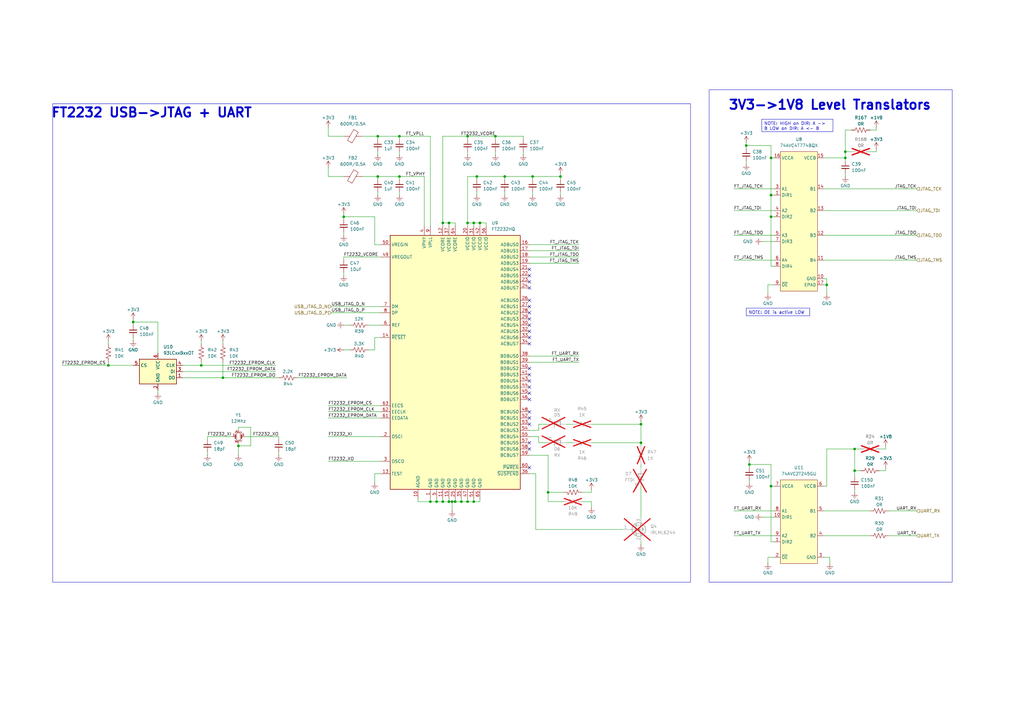
<source format=kicad_sch>
(kicad_sch (version 20250114) (generator "eeschema") (generator_version "9.0")
  (paper "A3")
  (title_block (title "USB-JTAG + UART") (date "2025-02-18") (rev "3.0") (company "Drexel University") (comment 1 "Designed by John Hofmeyr"))
  (rectangle (start 21.59 42.545) (end 283.21 238.76))
  (rectangle (start 290.83 36.83) (end 390.525 238.76))
  (text "FT2232 USB->JTAG + UART" (at 62.23 46.355 0) (effects (font (size 3.81 3.81) (bold yes))))
  (text "3V3->1V8 Level Translators" (at 340.36 43.18 0) (effects (font (size 3.81 3.81) (bold yes))))
  (text_box "NOTE: OE is active LOW" (at 306.07 126.365 0) (size 26.035 3.175) (margins 0.9525 0.9525 0.9525 0.9525) (effects (font (size 1.27 1.27)) (justify left top)))
  (text_box "NOTE: HIGH on DIR: A -> B LOW on DIR: A <- B" (at 312.42 48.895 0) (size 29.21 5.08) (margins 0.9525 0.9525 0.9525 0.9525) (effects (font (size 1.27 1.27)) (justify left top)))
  (junction (at 196.85 91.44))
  (junction (at 54.61 132.08))
  (junction (at 140.97 88.9))
  (junction (at 194.31 91.44))
  (junction (at 163.83 55.88))
  (junction (at 181.61 205.74))
  (junction (at 218.44 72.39))
  (junction (at 306.07 59.69))
  (junction (at 316.23 88.9))
  (junction (at 181.61 91.44))
  (junction (at 163.83 72.39))
  (junction (at 262.89 181.61))
  (junction (at 44.45 149.86))
  (junction (at 339.09 116.84))
  (junction (at 194.31 205.74))
  (junction (at 176.53 205.74))
  (junction (at 316.23 199.39))
  (junction (at 316.23 64.77))
  (junction (at 262.89 173.99))
  (junction (at 203.2 55.88))
  (junction (at 186.69 205.74))
  (junction (at 189.23 205.74))
  (junction (at 350.52 193.04))
  (junction (at 184.15 205.74))
  (junction (at 179.07 205.74))
  (junction (at 97.79 182.88))
  (junction (at 191.77 91.44))
  (junction (at 207.01 72.39))
  (junction (at 346.71 62.23))
  (junction (at 224.79 201.93))
  (junction (at 191.77 205.74))
  (junction (at 307.34 190.5))
  (junction (at 154.94 55.88))
  (junction (at 316.23 80.01))
  (junction (at 191.77 55.88))
  (junction (at 184.15 91.44))
  (junction (at 185.42 205.74))
  (junction (at 346.71 64.77))
  (junction (at 154.94 72.39))
  (junction (at 91.44 154.94))
  (junction (at 229.87 72.39))
  (junction (at 82.55 149.86))
  (junction (at 350.52 184.15))
  (junction (at 195.58 72.39))
  (no_connect (at 217.17 115.57))
  (no_connect (at 217.17 138.43))
  (no_connect (at 217.17 123.19))
  (no_connect (at 217.17 161.29))
  (no_connect (at 217.17 110.49))
  (no_connect (at 217.17 135.89))
  (no_connect (at 217.17 133.35))
  (no_connect (at 217.17 153.67))
  (no_connect (at 217.17 191.77))
  (no_connect (at 217.17 130.81))
  (no_connect (at 217.17 125.73))
  (no_connect (at 217.17 168.91))
  (no_connect (at 217.17 151.13))
  (no_connect (at 217.17 181.61))
  (no_connect (at 217.17 184.15))
  (no_connect (at 217.17 140.97))
  (no_connect (at 217.17 113.03))
  (no_connect (at 217.17 171.45))
  (no_connect (at 217.17 156.21))
  (no_connect (at 217.17 173.99))
  (no_connect (at 217.17 118.11))
  (no_connect (at 217.17 128.27))
  (no_connect (at 217.17 163.83))
  (no_connect (at 217.17 158.75))
  (wire (pts (xy 173.99 72.39) (xy 163.83 72.39)))
  (wire (pts (xy 154.94 55.88) (xy 154.94 57.15)))
  (wire (pts (xy 218.44 78.74) (xy 218.44 80.01)))
  (wire (pts (xy 195.58 78.74) (xy 195.58 80.01)))
  (wire (pts (xy 219.71 217.17) (xy 255.27 217.17)))
  (wire (pts (xy 102.87 175.26) (xy 102.87 182.88)))
  (wire (pts (xy 44.45 139.7) (xy 44.45 140.97)))
  (wire (pts (xy 196.85 91.44) (xy 196.85 92.71)))
  (wire (pts (xy 300.99 96.52) (xy 317.5 96.52)))
  (wire (pts (xy 140.97 88.9) (xy 140.97 90.17)))
  (wire (pts (xy 194.31 205.74) (xy 194.31 204.47)))
  (wire (pts (xy 176.53 205.74) (xy 179.07 205.74)))
  (wire (pts (xy 186.69 205.74) (xy 186.69 204.47)))
  (wire (pts (xy 262.89 181.61) (xy 262.89 182.88)))
  (wire (pts (xy 191.77 205.74) (xy 194.31 205.74)))
  (wire (pts (xy 232.41 173.99) (xy 234.95 173.99)))
  (wire (pts (xy 317.5 228.6) (xy 314.96 228.6)))
  (wire (pts (xy 143.51 133.35) (xy 140.97 133.35)))
  (wire (pts (xy 97.79 175.26) (xy 102.87 175.26)))
  (wire (pts (xy 140.97 87.63) (xy 140.97 88.9)))
  (wire (pts (xy 242.57 205.74) (xy 242.57 208.28)))
  (wire (pts (xy 140.97 111.76) (xy 140.97 113.03)))
  (wire (pts (xy 186.69 91.44) (xy 186.69 92.71)))
  (wire (pts (xy 179.07 205.74) (xy 181.61 205.74)))
  (wire (pts (xy 156.21 125.73) (xy 135.89 125.73)))
  (wire (pts (xy 97.79 176.53) (xy 97.79 175.26)))
  (wire (pts (xy 214.63 57.15) (xy 214.63 55.88)))
  (wire (pts (xy 217.17 146.05) (xy 237.49 146.05)))
  (wire (pts (xy 181.61 91.44) (xy 181.61 92.71)))
  (wire (pts (xy 350.52 193.04) (xy 350.52 195.58)))
  (wire (pts (xy 163.83 55.88) (xy 176.53 55.88)))
  (wire (pts (xy 364.49 219.71) (xy 375.92 219.71)))
  (wire (pts (xy 191.77 72.39) (xy 195.58 72.39)))
  (wire (pts (xy 181.61 205.74) (xy 181.61 204.47)))
  (wire (pts (xy 143.51 143.51) (xy 140.97 143.51)))
  (wire (pts (xy 140.97 55.88) (xy 134.62 55.88)))
  (wire (pts (xy 191.77 91.44) (xy 191.77 72.39)))
  (wire (pts (xy 191.77 91.44) (xy 194.31 91.44)))
  (wire (pts (xy 219.71 194.31) (xy 219.71 217.17)))
  (wire (pts (xy 156.21 128.27) (xy 135.89 128.27)))
  (wire (pts (xy 307.34 189.23) (xy 307.34 190.5)))
  (wire (pts (xy 307.34 190.5) (xy 316.23 190.5)))
  (wire (pts (xy 74.93 152.4) (xy 113.03 152.4)))
  (wire (pts (xy 262.89 222.25) (xy 262.89 223.52)))
  (wire (pts (xy 356.87 53.34) (xy 359.41 53.34)))
  (wire (pts (xy 185.42 205.74) (xy 185.42 209.55)))
  (wire (pts (xy 316.23 199.39) (xy 317.5 199.39)))
  (wire (pts (xy 229.87 73.66) (xy 229.87 72.39)))
  (wire (pts (xy 224.79 201.93) (xy 224.79 205.74)))
  (wire (pts (xy 307.34 196.85) (xy 307.34 198.12)))
  (wire (pts (xy 350.52 193.04) (xy 353.06 193.04)))
  (wire (pts (xy 85.09 179.07) (xy 95.25 179.07)))
  (wire (pts (xy 346.71 53.34) (xy 349.25 53.34)))
  (wire (pts (xy 316.23 190.5) (xy 316.23 199.39)))
  (wire (pts (xy 184.15 205.74) (xy 185.42 205.74)))
  (wire (pts (xy 153.67 88.9) (xy 140.97 88.9)))
  (wire (pts (xy 156.21 138.43) (xy 153.67 138.43)))
  (wire (pts (xy 140.97 105.41) (xy 140.97 106.68)))
  (wire (pts (xy 350.52 200.66) (xy 350.52 201.93)))
  (wire (pts (xy 312.42 212.09) (xy 317.5 212.09)))
  (wire (pts (xy 359.41 60.96) (xy 359.41 62.23)))
  (wire (pts (xy 312.42 99.06) (xy 317.5 99.06)))
  (wire (pts (xy 224.79 201.93) (xy 231.14 201.93)))
  (wire (pts (xy 337.82 219.71) (xy 356.87 219.71)))
  (wire (pts (xy 350.52 184.15) (xy 350.52 193.04)))
  (wire (pts (xy 196.85 91.44) (xy 199.39 91.44)))
  (wire (pts (xy 191.77 55.88) (xy 203.2 55.88)))
  (wire (pts (xy 217.17 179.07) (xy 220.98 179.07)))
  (wire (pts (xy 217.17 186.69) (xy 224.79 186.69)))
  (wire (pts (xy 306.07 60.96) (xy 306.07 59.69)))
  (wire (pts (xy 185.42 205.74) (xy 186.69 205.74)))
  (wire (pts (xy 91.44 154.94) (xy 114.3 154.94)))
  (wire (pts (xy 337.82 106.68) (xy 375.92 106.68)))
  (wire (pts (xy 102.87 182.88) (xy 97.79 182.88)))
  (wire (pts (xy 171.45 205.74) (xy 176.53 205.74)))
  (wire (pts (xy 317.5 109.22) (xy 316.23 109.22)))
  (wire (pts (xy 306.07 66.04) (xy 306.07 67.31)))
  (wire (pts (xy 54.61 130.81) (xy 54.61 132.08)))
  (wire (pts (xy 134.62 189.23) (xy 156.21 189.23)))
  (wire (pts (xy 173.99 92.71) (xy 173.99 72.39)))
  (wire (pts (xy 194.31 91.44) (xy 194.31 92.71)))
  (wire (pts (xy 262.89 190.5) (xy 262.89 191.77)))
  (wire (pts (xy 337.82 77.47) (xy 375.92 77.47)))
  (wire (pts (xy 242.57 181.61) (xy 262.89 181.61)))
  (wire (pts (xy 217.17 107.95) (xy 237.49 107.95)))
  (wire (pts (xy 346.71 53.34) (xy 346.71 62.23)))
  (wire (pts (xy 195.58 72.39) (xy 207.01 72.39)))
  (wire (pts (xy 184.15 91.44) (xy 184.15 92.71)))
  (wire (pts (xy 220.98 181.61) (xy 224.79 181.61)))
  (wire (pts (xy 316.23 64.77) (xy 316.23 80.01)))
  (wire (pts (xy 154.94 72.39) (xy 148.59 72.39)))
  (wire (pts (xy 163.83 62.23) (xy 163.83 63.5)))
  (wire (pts (xy 220.98 173.99) (xy 224.79 173.99)))
  (wire (pts (xy 114.3 185.42) (xy 114.3 186.69)))
  (wire (pts (xy 316.23 88.9) (xy 316.23 109.22)))
  (wire (pts (xy 184.15 205.74) (xy 184.15 204.47)))
  (wire (pts (xy 74.93 149.86) (xy 82.55 149.86)))
  (wire (pts (xy 363.22 184.15) (xy 363.22 182.88)))
  (wire (pts (xy 217.17 105.41) (xy 237.49 105.41)))
  (wire (pts (xy 154.94 78.74) (xy 154.94 80.01)))
  (wire (pts (xy 317.5 222.25) (xy 316.23 222.25)))
  (wire (pts (xy 179.07 205.74) (xy 179.07 204.47)))
  (wire (pts (xy 242.57 200.66) (xy 242.57 201.93)))
  (wire (pts (xy 85.09 179.07) (xy 85.09 180.34)))
  (wire (pts (xy 54.61 132.08) (xy 54.61 133.35)))
  (wire (pts (xy 134.62 52.07) (xy 134.62 55.88)))
  (wire (pts (xy 134.62 171.45) (xy 156.21 171.45)))
  (wire (pts (xy 154.94 55.88) (xy 148.59 55.88)))
  (wire (pts (xy 300.99 219.71) (xy 317.5 219.71)))
  (wire (pts (xy 91.44 148.59) (xy 91.44 154.94)))
  (wire (pts (xy 154.94 72.39) (xy 154.94 73.66)))
  (wire (pts (xy 217.17 176.53) (xy 220.98 176.53)))
  (wire (pts (xy 364.49 209.55) (xy 375.92 209.55)))
  (wire (pts (xy 316.23 59.69) (xy 316.23 64.77)))
  (wire (pts (xy 140.97 72.39) (xy 134.62 72.39)))
  (wire (pts (xy 114.3 179.07) (xy 114.3 180.34)))
  (wire (pts (xy 74.93 154.94) (xy 91.44 154.94)))
  (wire (pts (xy 316.23 199.39) (xy 316.23 222.25)))
  (wire (pts (xy 224.79 205.74) (xy 231.14 205.74)))
  (wire (pts (xy 163.83 72.39) (xy 154.94 72.39)))
  (wire (pts (xy 363.22 191.77) (xy 363.22 193.04)))
  (wire (pts (xy 300.99 106.68) (xy 317.5 106.68)))
  (wire (pts (xy 82.55 148.59) (xy 82.55 149.86)))
  (wire (pts (xy 307.34 191.77) (xy 307.34 190.5)))
  (wire (pts (xy 44.45 149.86) (xy 54.61 149.86)))
  (wire (pts (xy 339.09 116.84) (xy 339.09 120.65)))
  (wire (pts (xy 153.67 88.9) (xy 153.67 100.33)))
  (wire (pts (xy 224.79 186.69) (xy 224.79 201.93)))
  (wire (pts (xy 163.83 57.15) (xy 163.83 55.88)))
  (wire (pts (xy 346.71 64.77) (xy 337.82 64.77)))
  (wire (pts (xy 217.17 148.59) (xy 237.49 148.59)))
  (wire (pts (xy 217.17 194.31) (xy 219.71 194.31)))
  (wire (pts (xy 217.17 100.33) (xy 237.49 100.33)))
  (wire (pts (xy 181.61 205.74) (xy 184.15 205.74)))
  (wire (pts (xy 176.53 205.74) (xy 176.53 204.47)))
  (wire (pts (xy 154.94 62.23) (xy 154.94 63.5)))
  (wire (pts (xy 181.61 91.44) (xy 181.61 55.88)))
  (wire (pts (xy 82.55 149.86) (xy 113.03 149.86)))
  (wire (pts (xy 346.71 71.12) (xy 346.71 72.39)))
  (wire (pts (xy 314.96 120.65) (xy 314.96 116.84)))
  (wire (pts (xy 207.01 73.66) (xy 207.01 72.39)))
  (wire (pts (xy 339.09 114.3) (xy 337.82 114.3)))
  (wire (pts (xy 153.67 143.51) (xy 151.13 143.51)))
  (wire (pts (xy 220.98 179.07) (xy 220.98 181.61)))
  (wire (pts (xy 64.77 132.08) (xy 54.61 132.08)))
  (wire (pts (xy 191.77 91.44) (xy 191.77 92.71)))
  (wire (pts (xy 44.45 148.59) (xy 44.45 149.86)))
  (wire (pts (xy 203.2 57.15) (xy 203.2 55.88)))
  (wire (pts (xy 339.09 199.39) (xy 337.82 199.39)))
  (wire (pts (xy 191.77 62.23) (xy 191.77 63.5)))
  (wire (pts (xy 218.44 72.39) (xy 229.87 72.39)))
  (wire (pts (xy 300.99 77.47) (xy 317.5 77.47)))
  (wire (pts (xy 207.01 72.39) (xy 218.44 72.39)))
  (wire (pts (xy 97.79 182.88) (xy 97.79 186.69)))
  (wire (pts (xy 300.99 86.36) (xy 317.5 86.36)))
  (wire (pts (xy 214.63 62.23) (xy 214.63 63.5)))
  (wire (pts (xy 316.23 80.01) (xy 317.5 80.01)))
  (wire (pts (xy 346.71 62.23) (xy 346.71 64.77)))
  (wire (pts (xy 134.62 168.91) (xy 156.21 168.91)))
  (wire (pts (xy 340.36 228.6) (xy 340.36 231.14)))
  (wire (pts (xy 181.61 55.88) (xy 191.77 55.88)))
  (wire (pts (xy 217.17 102.87) (xy 237.49 102.87)))
  (wire (pts (xy 189.23 205.74) (xy 191.77 205.74)))
  (wire (pts (xy 196.85 205.74) (xy 196.85 204.47)))
  (wire (pts (xy 262.89 173.99) (xy 262.89 181.61)))
  (wire (pts (xy 181.61 91.44) (xy 184.15 91.44)))
  (wire (pts (xy 356.87 62.23) (xy 359.41 62.23)))
  (wire (pts (xy 300.99 209.55) (xy 317.5 209.55)))
  (wire (pts (xy 199.39 91.44) (xy 199.39 92.71)))
  (wire (pts (xy 360.68 193.04) (xy 363.22 193.04)))
  (wire (pts (xy 339.09 114.3) (xy 339.09 116.84)))
  (wire (pts (xy 134.62 166.37) (xy 156.21 166.37)))
  (wire (pts (xy 97.79 182.88) (xy 97.79 181.61)))
  (wire (pts (xy 229.87 71.12) (xy 229.87 72.39)))
  (wire (pts (xy 171.45 204.47) (xy 171.45 205.74)))
  (wire (pts (xy 339.09 184.15) (xy 350.52 184.15)))
  (wire (pts (xy 262.89 199.39) (xy 262.89 212.09)))
  (wire (pts (xy 151.13 133.35) (xy 156.21 133.35)))
  (wire (pts (xy 314.96 228.6) (xy 314.96 231.14)))
  (wire (pts (xy 337.82 86.36) (xy 375.92 86.36)))
  (wire (pts (xy 134.62 68.58) (xy 134.62 72.39)))
  (wire (pts (xy 218.44 73.66) (xy 218.44 72.39)))
  (wire (pts (xy 163.83 78.74) (xy 163.83 80.01)))
  (wire (pts (xy 203.2 55.88) (xy 214.63 55.88)))
  (wire (pts (xy 64.77 160.02) (xy 64.77 161.29)))
  (wire (pts (xy 153.67 100.33) (xy 156.21 100.33)))
  (wire (pts (xy 195.58 73.66) (xy 195.58 72.39)))
  (wire (pts (xy 163.83 73.66) (xy 163.83 72.39)))
  (wire (pts (xy 339.09 116.84) (xy 337.82 116.84)))
  (wire (pts (xy 184.15 91.44) (xy 186.69 91.44)))
  (wire (pts (xy 203.2 62.23) (xy 203.2 63.5)))
  (wire (pts (xy 186.69 205.74) (xy 189.23 205.74)))
  (wire (pts (xy 100.33 179.07) (xy 114.3 179.07)))
  (wire (pts (xy 54.61 138.43) (xy 54.61 139.7)))
  (wire (pts (xy 134.62 179.07) (xy 156.21 179.07)))
  (wire (pts (xy 25.4 149.86) (xy 44.45 149.86)))
  (wire (pts (xy 153.67 194.31) (xy 153.67 198.12)))
  (wire (pts (xy 176.53 92.71) (xy 176.53 55.88)))
  (wire (pts (xy 82.55 139.7) (xy 82.55 140.97)))
  (wire (pts (xy 207.01 78.74) (xy 207.01 80.01)))
  (wire (pts (xy 337.82 96.52) (xy 375.92 96.52)))
  (wire (pts (xy 306.07 58.42) (xy 306.07 59.69)))
  (wire (pts (xy 262.89 172.72) (xy 262.89 173.99)))
  (wire (pts (xy 306.07 59.69) (xy 316.23 59.69)))
  (wire (pts (xy 238.76 205.74) (xy 242.57 205.74)))
  (wire (pts (xy 316.23 88.9) (xy 317.5 88.9)))
  (wire (pts (xy 156.21 105.41) (xy 140.97 105.41)))
  (wire (pts (xy 121.92 154.94) (xy 142.24 154.94)))
  (wire (pts (xy 91.44 139.7) (xy 91.44 140.97)))
  (wire (pts (xy 337.82 209.55) (xy 356.87 209.55)))
  (wire (pts (xy 346.71 66.04) (xy 346.71 64.77)))
  (wire (pts (xy 156.21 194.31) (xy 153.67 194.31)))
  (wire (pts (xy 314.96 116.84) (xy 317.5 116.84)))
  (wire (pts (xy 191.77 57.15) (xy 191.77 55.88)))
  (wire (pts (xy 153.67 138.43) (xy 153.67 143.51)))
  (wire (pts (xy 189.23 205.74) (xy 189.23 204.47)))
  (wire (pts (xy 359.41 53.34) (xy 359.41 52.07)))
  (wire (pts (xy 154.94 55.88) (xy 163.83 55.88)))
  (wire (pts (xy 64.77 144.78) (xy 64.77 132.08)))
  (wire (pts (xy 316.23 80.01) (xy 316.23 88.9)))
  (wire (pts (xy 191.77 205.74) (xy 191.77 204.47)))
  (wire (pts (xy 232.41 181.61) (xy 234.95 181.61)))
  (wire (pts (xy 140.97 95.25) (xy 140.97 96.52)))
  (wire (pts (xy 194.31 91.44) (xy 196.85 91.44)))
  (wire (pts (xy 85.09 185.42) (xy 85.09 186.69)))
  (wire (pts (xy 242.57 173.99) (xy 262.89 173.99)))
  (wire (pts (xy 194.31 205.74) (xy 196.85 205.74)))
  (wire (pts (xy 220.98 176.53) (xy 220.98 173.99)))
  (wire (pts (xy 360.68 184.15) (xy 363.22 184.15)))
  (wire (pts (xy 346.71 62.23) (xy 349.25 62.23)))
  (wire (pts (xy 339.09 199.39) (xy 339.09 184.15)))
  (wire (pts (xy 353.06 184.15) (xy 350.52 184.15)))
  (wire (pts (xy 238.76 201.93) (xy 242.57 201.93)))
  (wire (pts (xy 229.87 78.74) (xy 229.87 80.01)))
  (wire (pts (xy 337.82 228.6) (xy 340.36 228.6)))
  (wire (pts (xy 316.23 64.77) (xy 317.5 64.77)))
  (label "FT_JTAG_TDO" (at 237.49 105.41 180))
  (label "FT2232_EPROM_DO" (at 113.03 154.94 180))
  (label "FT_UART_TX" (at 300.99 219.71 0))
  (label "FT_JTAG_TDI" (at 237.49 102.87 180))
  (label "JTAG_TDO" (at 375.92 96.52 180))
  (label "FT2232_EPROM_CLK" (at 113.03 149.86 180))
  (label "FT2232_EPROM_DATA" (at 113.03 152.4 180))
  (label "FT_JTAG_TMS" (at 237.49 107.95 180))
  (label "FT_JTAG_TCK" (at 237.49 100.33 180))
  (label "UART_TX" (at 375.92 219.71 180))
  (label "USB_JTAG_D_P" (at 135.89 128.27 0))
  (label "FT2232_VCORE" (at 203.2 55.88 180))
  (label "FT_JTAG_TCK" (at 300.99 77.47 0))
  (label "FT2232_EPROM_CS" (at 134.62 166.37 0))
  (label "FT2232_EPROM_CLK" (at 134.62 168.91 0))
  (label "USB_JTAG_D_N" (at 135.89 125.73 0))
  (label "FT_VPLL" (at 166.37 55.88 0))
  (label "FT_UART_RX" (at 237.49 146.05 180))
  (label "FT2232_EPROM_DATA" (at 134.62 171.45 0))
  (label "FT2232_EPROM_CS" (at 25.4 149.86 0))
  (label "JTAG_TCK" (at 375.92 77.47 180))
  (label "JTAG_TDI" (at 375.92 86.36 180))
  (label "FT2232_XO" (at 114.3 179.07 180))
  (label "FT_UART_TX" (at 237.49 148.59 180))
  (label "FT2232_XI" (at 134.62 179.07 0))
  (label "UART_RX" (at 375.92 209.55 180))
  (label "FT_VPHY" (at 166.37 72.39 0))
  (label "FT_JTAG_TDI" (at 300.99 86.36 0))
  (label "FT2232_VCORE" (at 140.97 105.41 0))
  (label "FT2232_EPROM_DATA" (at 142.24 154.94 180))
  (label "JTAG_TMS" (at 375.92 106.68 180))
  (label "FT_UART_RX" (at 300.99 209.55 0))
  (label "FT_JTAG_TDO" (at 300.99 96.52 0))
  (label "FT_JTAG_TMS" (at 300.99 106.68 0))
  (label "FT2232_XO" (at 134.62 189.23 0))
  (label "FT2232_XI" (at 85.09 179.07 0))
  (hierarchical_label "JTAG_TDO" (shape input) (at 375.92 96.52 0))
  (hierarchical_label "USB_JTAG_D_N" (shape input) (at 135.89 125.73 180))
  (hierarchical_label "JTAG_TDI" (shape input) (at 375.92 86.36 0))
  (hierarchical_label "UART_TX" (shape input) (at 375.92 219.71 0))
  (hierarchical_label "UART_RX" (shape input) (at 375.92 209.55 0))
  (hierarchical_label "USB_JTAG_D_P" (shape input) (at 135.89 128.27 180))
  (hierarchical_label "JTAG_TCK" (shape input) (at 375.92 77.47 0))
  (hierarchical_label "JTAG_TMS" (shape input) (at 375.92 106.68 0))
  (symbol (lib_id "Device:C_Small") (at 85.09 182.88 0) (unit 1)
    (property "Reference" "C49" (at 87.63 181.6162 0) (effects (justify left)))
    (property "Value" "18pF" (at 87.63 184.1562 0) (effects (justify left)))
    (property "Footprint" "Capacitor_SMD:C_0201_0603Metric" (effects (hide yes)))
    (property "Description" "Unpolarized capacitor, small symbol" (effects (hide yes)))
  )
  (symbol (lib_id "Device:C_Small") (at 54.61 135.89 0) (unit 1)
    (property "Reference" "C48" (at 57.15 134.6262 0) (effects (justify left)))
    (property "Value" "100nF" (at 57.15 137.1662 0) (effects (justify left)))
    (property "Footprint" "Capacitor_SMD:C_0201_0603Metric" (effects (hide yes)))
    (property "Description" "Unpolarized capacitor, small symbol" (effects (hide yes)))
  )
  (symbol (lib_id "power:GND") (at 163.83 80.01 0) (unit 1)
    (property "Reference" "#PWR083" (effects (hide yes)))
    (property "Value" "GND" (at 163.83 83.82 0))
    (property "Description" "Power symbol creates a global label with name \"GND\" , ground" (effects (hide yes)))
  )
  (symbol (lib_id "power:GND") (at 154.94 80.01 0) (unit 1)
    (property "Reference" "#PWR082" (effects (hide yes)))
    (property "Value" "GND" (at 154.94 83.82 0))
    (property "Description" "Power symbol creates a global label with name \"GND\" , ground" (effects (hide yes)))
  )
  (symbol (lib_id "Device:R_US") (at 147.32 143.51 270) (unit 1)
    (property "Reference" "R40" (at 147.32 146.05 90))
    (property "Value" "3.3K" (at 147.32 140.97 90))
    (property "Footprint" "Resistor_SMD:R_0201_0603Metric" (effects (hide yes)))
    (property "Description" "Resistor, US symbol" (effects (hide yes)))
  )
  (symbol (lib_id "power:GND") (at 64.77 161.29 0) (unit 1)
    (property "Reference" "#PWR0101" (effects (hide yes)))
    (property "Value" "GND" (at 64.77 165.1 0))
    (property "Description" "Power symbol creates a global label with name \"GND\" , ground" (effects (hide yes)))
  )
  (symbol (lib_id "Device:R_US") (at 356.87 184.15 270) (unit 1) (dnp yes)
    (property "Reference" "R24" (at 356.87 179.07 90))
    (property "Value" "0R" (at 356.87 181.61 90))
    (property "Footprint" "Resistor_SMD:R_0201_0603Metric" (effects (hide yes)))
    (property "Description" "Resistor, US symbol" (effects (hide yes)))
  )
  (symbol (lib_id "power:+3V3") (at 229.87 71.12 0) (unit 1)
    (property "Reference" "#PWR080" (effects (hide yes)))
    (property "Value" "+3V3" (at 229.87 67.31 0))
    (property "Description" "Power symbol creates a global label with name \"+3V3\"" (effects (hide yes)))
  )
  (symbol (lib_id "power:+3V3") (at 242.57 200.66 0) (unit 1)
    (property "Reference" "#PWR0111" (effects (hide yes)))
    (property "Value" "+3V3" (at 242.57 196.85 0))
    (property "Description" "Power symbol creates a global label with name \"+3V3\"" (effects (hide yes)))
  )
  (symbol (lib_id "power:GND") (at 312.42 212.09 270) (unit 1)
    (property "Reference" "#PWR0114" (effects (hide yes)))
    (property "Value" "GND" (at 307.34 212.09 90))
    (property "Description" "Power symbol creates a global label with name \"GND\" , ground" (effects (hide yes)))
  )
  (symbol (lib_id "power:GND") (at 154.94 63.5 0) (unit 1)
    (property "Reference" "#PWR072" (effects (hide yes)))
    (property "Value" "GND" (at 154.94 67.31 0))
    (property "Description" "Power symbol creates a global label with name \"GND\" , ground" (effects (hide yes)))
  )
  (symbol (lib_id "power:+3V3") (at 134.62 68.58 0) (unit 1)
    (property "Reference" "#PWR079" (effects (hide yes)))
    (property "Value" "+3V3" (at 134.62 64.77 0))
    (property "Description" "Power symbol creates a global label with name \"+3V3\"" (effects (hide yes)))
  )
  (symbol (lib_id "Device:R_US") (at 91.44 144.78 180) (unit 1)
    (property "Reference" "R43" (at 93.98 143.5099 0) (effects (justify right)))
    (property "Value" "10K" (at 93.98 146.0499 0) (effects (justify right)))
    (property "Footprint" "Resistor_SMD:R_0201_0603Metric" (effects (hide yes)))
    (property "Description" "Resistor, US symbol" (effects (hide yes)))
  )
  (symbol (lib_id "Device:C_Small") (at 163.83 76.2 0) (unit 1)
    (property "Reference" "C41" (at 166.37 74.9362 0) (effects (justify left)))
    (property "Value" "100nF" (at 166.37 77.4762 0) (effects (justify left)))
    (property "Footprint" "Capacitor_SMD:C_0201_0603Metric" (effects (hide yes)))
    (property "Description" "Unpolarized capacitor, small symbol" (effects (hide yes)))
  )
  (symbol (lib_id "Interface_USB:FT2232HQ") (at 186.69 148.59 0) (unit 1)
    (property "Reference" "U9" (at 201.5841 91.44 0) (effects (justify left)))
    (property "Value" "FT2232HQ" (at 201.5841 93.98 0) (effects (justify left)))
    (property "Footprint" "Package_DFN_QFN:QFN-64-1EP_9x9mm_P0.5mm_EP4.35x4.35mm" (effects (hide yes)))
    (property "Datasheet" "https://www.ftdichip.com/Support/Documents/DataSheets/ICs/DS_FT2232H.pdf" (effects (hide yes)))
    (property "Description" "Hi Speed Double Channel USB UART/FIFO, QFN-64" (effects (hide yes)))
  )
  (symbol (lib_id "Device:R_US") (at 353.06 62.23 270) (unit 1) (dnp yes)
    (property "Reference" "R168" (at 353.06 57.15 90))
    (property "Value" "0R" (at 353.06 59.69 90))
    (property "Footprint" "Resistor_SMD:R_0201_0603Metric" (effects (hide yes)))
    (property "Description" "Resistor, US symbol" (effects (hide yes)))
  )
  (symbol (lib_id "power:GND") (at 346.71 72.39 0) (mirror y) (unit 1)
    (property "Reference" "#PWR081" (effects (hide yes)))
    (property "Value" "GND" (at 346.71 76.2 0))
    (property "Description" "Power symbol creates a global label with name \"GND\" , ground" (effects (hide yes)))
  )
  (symbol (lib_id "Device:C_Small") (at 195.58 76.2 0) (unit 1)
    (property "Reference" "C42" (at 198.12 74.9362 0) (effects (justify left)))
    (property "Value" "100nF" (at 198.12 77.4762 0) (effects (justify left)))
    (property "Footprint" "Capacitor_SMD:C_0201_0603Metric" (effects (hide yes)))
    (property "Description" "Unpolarized capacitor, small symbol" (effects (hide yes)))
  )
  (symbol (lib_id "Device:R_US") (at 118.11 154.94 270) (unit 1)
    (property "Reference" "R44" (at 118.11 157.48 90))
    (property "Value" "2.2K" (at 118.11 152.4 90))
    (property "Footprint" "Resistor_SMD:R_0201_0603Metric" (effects (hide yes)))
    (property "Description" "Resistor, US symbol" (effects (hide yes)))
  )
  (symbol (lib_id "power:GND") (at 85.09 186.69 0) (unit 1)
    (property "Reference" "#PWR0103" (effects (hide yes)))
    (property "Value" "GND" (at 85.09 190.5 0))
    (property "Description" "Power symbol creates a global label with name \"GND\" , ground" (effects (hide yes)))
  )
  (symbol (lib_id "Device:R_US") (at 44.45 144.78 180) (unit 1)
    (property "Reference" "R41" (at 46.99 143.5099 0) (effects (justify right)))
    (property "Value" "10K" (at 46.99 146.0499 0) (effects (justify right)))
    (property "Footprint" "Resistor_SMD:R_0201_0603Metric" (effects (hide yes)))
    (property "Description" "Resistor, US symbol" (effects (hide yes)))
  )
  (symbol (lib_id "power:GND") (at 242.57 208.28 0) (unit 1)
    (property "Reference" "#PWR0112" (effects (hide yes)))
    (property "Value" "GND" (at 242.57 212.09 0))
    (property "Description" "Power symbol creates a global label with name \"GND\" , ground" (effects (hide yes)))
  )
  (symbol (lib_id "power:+3V3") (at 91.44 139.7 0) (unit 1)
    (property "Reference" "#PWR099" (effects (hide yes)))
    (property "Value" "+3V3" (at 91.44 135.89 0))
    (property "Description" "Power symbol creates a global label with name \"+3V3\"" (effects (hide yes)))
  )
  (symbol (lib_id "Device:C_Small") (at 140.97 109.22 0) (unit 1)
    (property "Reference" "C47" (at 143.51 107.9562 0) (effects (justify left)))
    (property "Value" "10uF" (at 143.51 110.4962 0) (effects (justify left)))
    (property "Footprint" "Capacitor_SMD:C_0603_1608Metric" (effects (hide yes)))
    (property "Description" "Unpolarized capacitor, small symbol" (effects (hide yes)))
  )
  (symbol (lib_id "Device:C_Small") (at 306.07 63.5 0) (unit 1)
    (property "Reference" "C38" (at 308.61 62.2362 0) (effects (justify left)))
    (property "Value" "100nF" (at 308.61 64.7762 0) (effects (justify left)))
    (property "Footprint" "Capacitor_SMD:C_0201_0603Metric" (effects (hide yes)))
    (property "Description" "Unpolarized capacitor, small symbol" (effects (hide yes)))
  )
  (symbol (lib_id "power:GND") (at 191.77 63.5 0) (unit 1)
    (property "Reference" "#PWR074" (effects (hide yes)))
    (property "Value" "GND" (at 191.77 67.31 0))
    (property "Description" "Power symbol creates a global label with name \"GND\" , ground" (effects (hide yes)))
  )
  (symbol (lib_id "power:GND") (at 218.44 80.01 0) (unit 1)
    (property "Reference" "#PWR086" (effects (hide yes)))
    (property "Value" "GND" (at 218.44 83.82 0))
    (property "Description" "Power symbol creates a global label with name \"GND\" , ground" (effects (hide yes)))
  )
  (symbol (lib_id "Transistor_FET:IRLML6244") (at 260.35 217.17 0) (unit 1) (dnp yes)
    (property "Reference" "Q4" (at 266.7 215.8999 0) (effects (justify left)))
    (property "Value" "IRLML6244" (at 266.7 218.4399 0) (effects (justify left)))
    (property "Footprint" "Package_TO_SOT_SMD:SOT-23" (effects (hide yes)))
    (property "Datasheet" "https://www.infineon.com/dgdl/Infineon-IRLML6244-DataSheet-v01_01-EN.pdf?fileId=5546d462533600a4015356686fed261f" (effects (hide yes)))
    (property "Description" "6.3A Id, 20V Vds, 21mOhm Rds, N-Channel StrongIRFET Power MOSFET, SOT-23" (effects (hide yes)))
  )
  (symbol (lib_id "Device:FerriteBead") (at 144.78 72.39 90) (unit 1)
    (property "Reference" "FB2" (at 144.7292 64.77 90))
    (property "Value" "600R/0.5A" (at 144.7292 67.31 90))
    (property "Footprint" "Inductor_SMD:L_0603_1608Metric" (effects (hide yes)))
    (property "Description" "Ferrite bead" (effects (hide yes)))
  )
  (symbol (lib_id "power:GND") (at 140.97 96.52 0) (unit 1)
    (property "Reference" "#PWR089" (effects (hide yes)))
    (property "Value" "GND" (at 140.97 100.33 0))
    (property "Description" "Power symbol creates a global label with name \"GND\" , ground" (effects (hide yes)))
  )
  (symbol (lib_id "power:+3V3") (at 44.45 139.7 0) (unit 1)
    (property "Reference" "#PWR096" (effects (hide yes)))
    (property "Value" "+3V3" (at 44.45 135.89 0))
    (property "Description" "Power symbol creates a global label with name \"+3V3\"" (effects (hide yes)))
  )
  (symbol (lib_id "Device:Crystal_GND24_Small") (at 97.79 179.07 0) (unit 1)
    (property "Reference" "Y1" (at 97.79 170.18 0))
    (property "Value" "12Mhz" (at 97.79 172.72 0))
    (property "Footprint" "Oscillator:Oscillator_SMD_Abracon_ASE-4Pin_3.2x2.5mm" (effects (hide yes)))
    (property "Datasheet" "https://abracon.com/Resonators/abm8.pdf" (effects (hide yes)))
    (property "Description" "Four pin crystal, GND on pins 2 and 4, small symbol" (effects (hide yes)))
  )
  (symbol (lib_id "power:GND") (at 314.96 231.14 0) (unit 1)
    (property "Reference" "#PWR0116" (effects (hide yes)))
    (property "Value" "GND" (at 314.96 234.95 0))
    (property "Description" "Power symbol creates a global label with name \"GND\" , ground" (effects (hide yes)))
  )
  (symbol (lib_id "power:GND") (at 140.97 133.35 270) (unit 1)
    (property "Reference" "#PWR095" (effects (hide yes)))
    (property "Value" "GND" (at 135.89 133.35 90))
    (property "Description" "Power symbol creates a global label with name \"GND\" , ground" (effects (hide yes)))
  )
  (symbol (lib_id "power:GND") (at 185.42 209.55 0) (unit 1)
    (property "Reference" "#PWR0113" (effects (hide yes)))
    (property "Value" "GND" (at 185.42 213.36 0))
    (property "Description" "Power symbol creates a global label with name \"GND\" , ground" (effects (hide yes)))
  )
  (symbol (lib_id "power:GND") (at 314.96 120.65 0) (unit 1)
    (property "Reference" "#PWR092" (effects (hide yes)))
    (property "Value" "GND" (at 314.96 124.46 0))
    (property "Description" "Power symbol creates a global label with name \"GND\" , ground" (effects (hide yes)))
  )
  (symbol (lib_id "Device:C_Small") (at 114.3 182.88 0) (unit 1)
    (property "Reference" "C50" (at 116.84 181.6162 0) (effects (justify left)))
    (property "Value" "18pF" (at 116.84 184.1562 0) (effects (justify left)))
    (property "Footprint" "Capacitor_SMD:C_0201_0603Metric" (effects (hide yes)))
    (property "Description" "Unpolarized capacitor, small symbol" (effects (hide yes)))
  )
  (symbol (lib_id "power:GND") (at 207.01 80.01 0) (unit 1)
    (property "Reference" "#PWR085" (effects (hide yes)))
    (property "Value" "GND" (at 207.01 83.82 0))
    (property "Description" "Power symbol creates a global label with name \"GND\" , ground" (effects (hide yes)))
  )
  (symbol (lib_id "power:+1V8") (at 363.22 182.88 0) (unit 1)
    (property "Reference" "#PWR0107" (effects (hide yes)))
    (property "Value" "+1V8" (at 363.22 179.07 0))
    (property "Description" "Power symbol creates a global label with name \"+1V8\"" (effects (hide yes)))
  )
  (symbol (lib_id "Device:R_US") (at 356.87 193.04 270) (unit 1)
    (property "Reference" "R29" (at 356.87 187.96 90))
    (property "Value" "0R" (at 356.87 190.5 90))
    (property "Footprint" "Resistor_SMD:R_0201_0603Metric" (effects (hide yes)))
    (property "Description" "Resistor, US symbol" (effects (hide yes)))
  )
  (symbol (lib_id "Device:C_Small") (at 203.2 59.69 0) (unit 1)
    (property "Reference" "C36" (at 205.74 58.4262 0) (effects (justify left)))
    (property "Value" "100nF" (at 205.74 60.9662 0) (effects (justify left)))
    (property "Footprint" "Capacitor_SMD:C_0201_0603Metric" (effects (hide yes)))
    (property "Description" "Unpolarized capacitor, small symbol" (effects (hide yes)))
  )
  (symbol (lib_id "power:+1V8") (at 359.41 52.07 0) (unit 1)
    (property "Reference" "#PWR0110" (effects (hide yes)))
    (property "Value" "+1V8" (at 359.41 48.26 0))
    (property "Description" "Power symbol creates a global label with name \"+1V8\"" (effects (hide yes)))
  )
  (symbol (lib_id "Device:C_Small") (at 218.44 76.2 0) (unit 1)
    (property "Reference" "C44" (at 220.98 74.9362 0) (effects (justify left)))
    (property "Value" "100nF" (at 220.98 77.4762 0) (effects (justify left)))
    (property "Footprint" "Capacitor_SMD:C_0201_0603Metric" (effects (hide yes)))
    (property "Description" "Unpolarized capacitor, small symbol" (effects (hide yes)))
  )
  (symbol (lib_id "Memory_EEPROM:93LCxxBxxOT") (at 64.77 152.4 0) (unit 1)
    (property "Reference" "U10" (at 66.9641 142.24 0) (effects (justify left)))
    (property "Value" "93LCxxBxxOT" (at 66.9641 144.78 0) (effects (justify left)))
    (property "Footprint" "Package_TO_SOT_SMD:SOT-23-6" (effects (hide yes)))
    (property "Datasheet" "http://ww1.microchip.com/downloads/en/DeviceDoc/20001749K.pdf" (effects (hide yes)))
    (property "Description" "Serial EEPROM, 93 Series, 2.5V, SOT-23-6" (effects (hide yes)))
  )
  (symbol (lib_id "power:GND") (at 97.79 186.69 0) (unit 1)
    (property "Reference" "#PWR0104" (effects (hide yes)))
    (property "Value" "GND" (at 97.79 190.5 0))
    (property "Description" "Power symbol creates a global label with name \"GND\" , ground" (effects (hide yes)))
  )
  (symbol (lib_id "power:GND") (at 214.63 63.5 0) (unit 1)
    (property "Reference" "#PWR076" (effects (hide yes)))
    (property "Value" "GND" (at 214.63 67.31 0))
    (property "Description" "Power symbol creates a global label with name \"GND\" , ground" (effects (hide yes)))
  )
  (symbol (lib_id "power:GND") (at 203.2 63.5 0) (unit 1)
    (property "Reference" "#PWR075" (effects (hide yes)))
    (property "Value" "GND" (at 203.2 67.31 0))
    (property "Description" "Power symbol creates a global label with name \"GND\" , ground" (effects (hide yes)))
  )
  (symbol (lib_id "power:GND") (at 262.89 223.52 0) (unit 1)
    (property "Reference" "#PWR0115" (effects (hide yes)))
    (property "Value" "GND" (at 262.89 227.33 0))
    (property "Description" "Power symbol creates a global label with name \"GND\" , ground" (effects (hide yes)))
  )
  (symbol (lib_id "power:+3V3") (at 262.89 172.72 0) (unit 1)
    (property "Reference" "#PWR0102" (effects (hide yes)))
    (property "Value" "+3V3" (at 262.89 168.91 0))
    (property "Description" "Power symbol creates a global label with name \"+3V3\"" (effects (hide yes)))
  )
  (symbol (lib_id "Device:C_Small") (at 214.63 59.69 0) (unit 1)
    (property "Reference" "C37" (at 217.17 58.4262 0) (effects (justify left)))
    (property "Value" "100nF" (at 217.17 60.9662 0) (effects (justify left)))
    (property "Footprint" "Capacitor_SMD:C_0201_0603Metric" (effects (hide yes)))
    (property "Description" "Unpolarized capacitor, small symbol" (effects (hide yes)))
  )
  (symbol (lib_id "Device:FerriteBead") (at 144.78 55.88 90) (unit 1)
    (property "Reference" "FB1" (at 144.7292 48.26 90))
    (property "Value" "600R/0.5A" (at 144.7292 50.8 90))
    (property "Footprint" "Inductor_SMD:L_0603_1608Metric" (effects (hide yes)))
    (property "Description" "Ferrite bead" (effects (hide yes)))
  )
  (symbol (lib_id "power:GND") (at 140.97 113.03 0) (unit 1)
    (property "Reference" "#PWR091" (effects (hide yes)))
    (property "Value" "GND" (at 140.97 116.84 0))
    (property "Description" "Power symbol creates a global label with name \"GND\" , ground" (effects (hide yes)))
  )
  (symbol (lib_id "Device:R_US") (at 82.55 144.78 180) (unit 1)
    (property "Reference" "R42" (at 85.09 143.5099 0) (effects (justify right)))
    (property "Value" "10K" (at 85.09 146.0499 0) (effects (justify right)))
    (property "Footprint" "Resistor_SMD:R_0201_0603Metric" (effects (hide yes)))
    (property "Description" "Resistor, US symbol" (effects (hide yes)))
  )
  (symbol (lib_id "Device:C_Small") (at 350.52 198.12 0) (unit 1)
    (property "Reference" "C150" (at 353.06 196.8562 0) (effects (justify left)))
    (property "Value" "100nF" (at 353.06 199.3962 0) (effects (justify left)))
    (property "Footprint" "Capacitor_SMD:C_0201_0603Metric" (effects (hide yes)))
    (property "Description" "Unpolarized capacitor, small symbol" (effects (hide yes)))
  )
  (symbol (lib_id "Device:R_US") (at 238.76 181.61 270) (mirror x) (unit 1) (dnp yes)
    (property "Reference" "R46" (at 238.76 187.96 90))
    (property "Value" "1K" (at 238.76 185.42 90))
    (property "Footprint" "Resistor_SMD:R_0201_0603Metric" (effects (hide yes)))
    (property "Description" "Resistor, US symbol" (effects (hide yes)))
  )
  (symbol (lib_id "Device:C_Small") (at 346.71 68.58 0) (unit 1)
    (property "Reference" "C39" (at 349.25 67.3162 0) (effects (justify left)))
    (property "Value" "100nF" (at 349.25 69.8562 0) (effects (justify left)))
    (property "Footprint" "Capacitor_SMD:C_0201_0603Metric" (effects (hide yes)))
    (property "Description" "Unpolarized capacitor, small symbol" (effects (hide yes)))
  )
  (symbol (lib_id "Device:LED") (at 262.89 195.58 270) (mirror x) (unit 1) (dnp yes)
    (property "Reference" "D7" (at 259.08 194.31 90) (effects (justify right)))
    (property "Value" "FTDI" (at 260.35 196.85 90) (effects (justify right)))
    (property "Footprint" "LED_SMD:LED_0603_1608Metric" (effects (hide yes)))
    (property "Description" "Light emitting diode" (effects (hide yes)))
  )
  (symbol (lib_id "Device:R_US") (at 360.68 209.55 270) (unit 1)
    (property "Reference" "R31" (at 360.68 204.47 90))
    (property "Value" "0R" (at 360.68 207.01 90))
    (property "Footprint" "Resistor_SMD:R_0201_0603Metric" (effects (hide yes)))
    (property "Description" "Resistor, US symbol" (effects (hide yes)))
  )
  (symbol (lib_id "power:GND") (at 54.61 139.7 0) (unit 1)
    (property "Reference" "#PWR097" (effects (hide yes)))
    (property "Value" "GND" (at 54.61 143.51 0))
    (property "Description" "Power symbol creates a global label with name \"GND\" , ground" (effects (hide yes)))
  )
  (symbol (lib_id "power:GND") (at 340.36 231.14 0) (mirror y) (unit 1)
    (property "Reference" "#PWR0117" (effects (hide yes)))
    (property "Value" "GND" (at 340.36 234.95 0))
    (property "Description" "Power symbol creates a global label with name \"GND\" , ground" (effects (hide yes)))
  )
  (symbol (lib_id "power:GND") (at 350.52 201.93 0) (mirror y) (unit 1)
    (property "Reference" "#PWR0311" (effects (hide yes)))
    (property "Value" "GND" (at 350.52 205.74 0))
    (property "Description" "Power symbol creates a global label with name \"GND\" , ground" (effects (hide yes)))
  )
  (symbol (lib_id "power:GND") (at 163.83 63.5 0) (unit 1)
    (property "Reference" "#PWR073" (effects (hide yes)))
    (property "Value" "GND" (at 163.83 67.31 0))
    (property "Description" "Power symbol creates a global label with name \"GND\" , ground" (effects (hide yes)))
  )
  (symbol (lib_id "Device:R_US") (at 238.76 173.99 270) (unit 1) (dnp yes)
    (property "Reference" "R45" (at 238.76 167.64 90))
    (property "Value" "1K" (at 238.76 170.18 90))
    (property "Footprint" "Resistor_SMD:R_0201_0603Metric" (effects (hide yes)))
    (property "Description" "Resistor, US symbol" (effects (hide yes)))
  )
  (symbol (lib_id "Device:R_US") (at 147.32 133.35 270) (unit 1)
    (property "Reference" "R39" (at 147.32 135.89 90))
    (property "Value" "12K" (at 147.32 130.81 90))
    (property "Footprint" "Resistor_SMD:R_0201_0603Metric" (effects (hide yes)))
    (property "Description" "Resistor, US symbol" (effects (hide yes)))
  )
  (symbol (lib_id "Device:C_Small") (at 229.87 76.2 0) (unit 1)
    (property "Reference" "C45" (at 232.41 74.9362 0) (effects (justify left)))
    (property "Value" "100nF" (at 232.41 77.4762 0) (effects (justify left)))
    (property "Footprint" "Capacitor_SMD:C_0201_0603Metric" (effects (hide yes)))
    (property "Description" "Unpolarized capacitor, small symbol" (effects (hide yes)))
  )
  (symbol (lib_id "power:+3V3") (at 306.07 58.42 0) (unit 1)
    (property "Reference" "#PWR071" (effects (hide yes)))
    (property "Value" "+3V3" (at 306.07 54.61 0))
    (property "Description" "Power symbol creates a global label with name \"+3V3\"" (effects (hide yes)))
  )
  (symbol (lib_id "power:GND") (at 339.09 120.65 0) (unit 1)
    (property "Reference" "#PWR093" (effects (hide yes)))
    (property "Value" "GND" (at 339.09 124.46 0))
    (property "Description" "Power symbol creates a global label with name \"GND\" , ground" (effects (hide yes)))
  )
  (symbol (lib_id "power:GND") (at 306.07 67.31 0) (unit 1)
    (property "Reference" "#PWR078" (effects (hide yes)))
    (property "Value" "GND" (at 306.07 71.12 0))
    (property "Description" "Power symbol creates a global label with name \"GND\" , ground" (effects (hide yes)))
  )
  (symbol (lib_id "Device:C_Small") (at 140.97 92.71 0) (unit 1)
    (property "Reference" "C46" (at 143.51 91.4462 0) (effects (justify left)))
    (property "Value" "100nF" (at 143.51 93.9862 0) (effects (justify left)))
    (property "Footprint" "Capacitor_SMD:C_0201_0603Metric" (effects (hide yes)))
    (property "Description" "Unpolarized capacitor, small symbol" (effects (hide yes)))
  )
  (symbol (lib_id "power:GND") (at 229.87 80.01 0) (unit 1)
    (property "Reference" "#PWR087" (effects (hide yes)))
    (property "Value" "GND" (at 229.87 83.82 0))
    (property "Description" "Power symbol creates a global label with name \"GND\" , ground" (effects (hide yes)))
  )
  (symbol (lib_id "power:GND") (at 312.42 99.06 270) (unit 1)
    (property "Reference" "#PWR090" (effects (hide yes)))
    (property "Value" "GND" (at 306.705 99.06 90))
    (property "Description" "Power symbol creates a global label with name \"GND\" , ground" (effects (hide yes)))
  )
  (symbol (lib_id "Device:R_US") (at 353.06 53.34 270) (unit 1)
    (property "Reference" "R167" (at 353.06 48.26 90))
    (property "Value" "0R" (at 353.06 50.8 90))
    (property "Footprint" "Resistor_SMD:R_0201_0603Metric" (effects (hide yes)))
    (property "Description" "Resistor, US symbol" (effects (hide yes)))
  )
  (symbol (lib_id "IO_Module:74AVC2T245GU") (at 320.04 199.39 0) (unit 1)
    (property "Reference" "U11" (at 327.66 191.77 0))
    (property "Value" "74AVC2T245GU" (at 327.66 194.31 0))
    (property "Footprint" "IO_Module:74AVC2T245GU" (effects (hide yes)))
    (property "Datasheet" "https://www.mouser.com/datasheet/2/916/74AVC2T245_Q100-1623713.pdf" (effects (hide yes)))
  )
  (symbol (lib_id "Device:C_Small") (at 163.83 59.69 0) (unit 1)
    (property "Reference" "C34" (at 166.37 58.4262 0) (effects (justify left)))
    (property "Value" "100nF" (at 166.37 60.9662 0) (effects (justify left)))
    (property "Footprint" "Capacitor_SMD:C_0201_0603Metric" (effects (hide yes)))
    (property "Description" "Unpolarized capacitor, small symbol" (effects (hide yes)))
  )
  (symbol (lib_id "Device:C_Small") (at 154.94 76.2 0) (unit 1)
    (property "Reference" "C40" (at 157.48 74.9362 0) (effects (justify left)))
    (property "Value" "1uF" (at 157.48 77.4762 0) (effects (justify left)))
    (property "Footprint" "Capacitor_SMD:C_0201_0603Metric" (effects (hide yes)))
    (property "Description" "Unpolarized capacitor, small symbol" (effects (hide yes)))
  )
  (symbol (lib_id "power:+3V3") (at 363.22 191.77 0) (unit 1)
    (property "Reference" "#PWR0310" (effects (hide yes)))
    (property "Value" "+3V3" (at 363.22 187.96 0))
    (property "Description" "Power symbol creates a global label with name \"+3V3\"" (effects (hide yes)))
  )
  (symbol (lib_id "power:+3V3") (at 359.41 60.96 0) (unit 1)
    (property "Reference" "#PWR0335" (effects (hide yes)))
    (property "Value" "+3V3" (at 359.41 57.15 0))
    (property "Description" "Power symbol creates a global label with name \"+3V3\"" (effects (hide yes)))
  )
  (symbol (lib_id "Device:R_US") (at 234.95 205.74 270) (mirror x) (unit 1) (dnp yes)
    (property "Reference" "R49" (at 234.95 210.82 90))
    (property "Value" "10K" (at 234.95 208.28 90))
    (property "Footprint" "Resistor_SMD:R_0201_0603Metric" (effects (hide yes)))
    (property "Description" "Resistor, US symbol" (effects (hide yes)))
  )
  (symbol (lib_id "Device:R_US") (at 234.95 201.93 90) (mirror x) (unit 1)
    (property "Reference" "R48" (at 234.95 196.85 90))
    (property "Value" "10K" (at 234.95 199.39 90))
    (property "Footprint" "Resistor_SMD:R_0201_0603Metric" (effects (hide yes)))
    (property "Description" "Resistor, US symbol" (effects (hide yes)))
  )
  (symbol (lib_id "power:+3V3") (at 140.97 143.51 90) (unit 1)
    (property "Reference" "#PWR0100" (effects (hide yes)))
    (property "Value" "+3V3" (at 135.255 143.51 90))
    (property "Description" "Power symbol creates a global label with name \"+3V3\"" (effects (hide yes)))
  )
  (symbol (lib_id "power:GND") (at 307.34 198.12 0) (unit 1)
    (property "Reference" "#PWR0109" (effects (hide yes)))
    (property "Value" "GND" (at 307.34 201.93 0))
    (property "Description" "Power symbol creates a global label with name \"GND\" , ground" (effects (hide yes)))
  )
  (symbol (lib_id "Device:C_Small") (at 307.34 194.31 0) (unit 1)
    (property "Reference" "C51" (at 309.88 193.0462 0) (effects (justify left)))
    (property "Value" "100nF" (at 309.88 195.5862 0) (effects (justify left)))
    (property "Footprint" "Capacitor_SMD:C_0201_0603Metric" (effects (hide yes)))
    (property "Description" "Unpolarized capacitor, small symbol" (effects (hide yes)))
  )
  (symbol (lib_id "Device:C_Small") (at 191.77 59.69 0) (unit 1)
    (property "Reference" "C35" (at 194.31 58.4262 0) (effects (justify left)))
    (property "Value" "100nF" (at 194.31 60.9662 0) (effects (justify left)))
    (property "Footprint" "Capacitor_SMD:C_0201_0603Metric" (effects (hide yes)))
    (property "Description" "Unpolarized capacitor, small symbol" (effects (hide yes)))
  )
  (symbol (lib_id "power:+3V3") (at 307.34 189.23 0) (unit 1)
    (property "Reference" "#PWR0106" (effects (hide yes)))
    (property "Value" "+3V3" (at 307.34 185.42 0))
    (property "Description" "Power symbol creates a global label with name \"+3V3\"" (effects (hide yes)))
  )
  (symbol (lib_id "IO_Module:74AVC4T774BQX") (at 320.04 64.77 0) (unit 1)
    (property "Reference" "U8" (at 327.66 57.15 0))
    (property "Value" "74AVC4T774BQX" (at 327.66 59.69 0))
    (property "Footprint" "IO_Module:74AVC4T774BQX" (effects (hide yes)))
    (property "Datasheet" "https://assets.nexperia.com/documents/data-sheet/74AVC4T774.pdf" (effects (hide yes)))
  )
  (symbol (lib_id "power:GND") (at 153.67 198.12 0) (unit 1)
    (property "Reference" "#PWR0108" (effects (hide yes)))
    (property "Value" "GND" (at 153.67 201.93 0))
    (property "Description" "Power symbol creates a global label with name \"GND\" , ground" (effects (hide yes)))
  )
  (symbol (lib_id "power:+3V3") (at 82.55 139.7 0) (unit 1)
    (property "Reference" "#PWR098" (effects (hide yes)))
    (property "Value" "+3V3" (at 82.55 135.89 0))
    (property "Description" "Power symbol creates a global label with name \"+3V3\"" (effects (hide yes)))
  )
  (symbol (lib_id "Device:R_US") (at 262.89 186.69 180) (unit 1) (dnp yes)
    (property "Reference" "R47" (at 265.43 185.4199 0) (effects (justify right)))
    (property "Value" "1K" (at 265.43 187.9599 0) (effects (justify right)))
    (property "Footprint" "Resistor_SMD:R_0201_0603Metric" (effects (hide yes)))
    (property "Description" "Resistor, US symbol" (effects (hide yes)))
  )
  (symbol (lib_id "power:GND") (at 195.58 80.01 0) (unit 1)
    (property "Reference" "#PWR084" (effects (hide yes)))
    (property "Value" "GND" (at 195.58 83.82 0))
    (property "Description" "Power symbol creates a global label with name \"GND\" , ground" (effects (hide yes)))
  )
  (symbol (lib_id "Device:LED") (at 228.6 181.61 0) (mirror x) (unit 1) (dnp yes)
    (property "Reference" "D6" (at 229.87 184.15 0) (effects (justify right)))
    (property "Value" "RX" (at 229.87 186.69 0) (effects (justify right)))
    (property "Footprint" "LED_SMD:LED_0603_1608Metric" (effects (hide yes)))
    (property "Description" "Light emitting diode" (effects (hide yes)))
  )
  (symbol (lib_id "power:+3V3") (at 140.97 87.63 0) (unit 1)
    (property "Reference" "#PWR088" (effects (hide yes)))
    (property "Value" "+3V3" (at 140.97 83.82 0))
    (property "Description" "Power symbol creates a global label with name \"+3V3\"" (effects (hide yes)))
  )
  (symbol (lib_id "Device:LED") (at 228.6 173.99 0) (mirror x) (unit 1) (dnp yes)
    (property "Reference" "D5" (at 229.87 170.18 0) (effects (justify right)))
    (property "Value" "RX" (at 229.87 168.275 0) (effects (justify right)))
    (property "Footprint" "LED_SMD:LED_0603_1608Metric" (effects (hide yes)))
    (property "Description" "Light emitting diode" (effects (hide yes)))
  )
  (symbol (lib_id "Device:C_Small") (at 207.01 76.2 0) (unit 1)
    (property "Reference" "C43" (at 209.55 74.9362 0) (effects (justify left)))
    (property "Value" "100nF" (at 209.55 77.4762 0) (effects (justify left)))
    (property "Footprint" "Capacitor_SMD:C_0201_0603Metric" (effects (hide yes)))
    (property "Description" "Unpolarized capacitor, small symbol" (effects (hide yes)))
  )
  (symbol (lib_id "power:+3V3") (at 54.61 130.81 0) (unit 1)
    (property "Reference" "#PWR094" (effects (hide yes)))
    (property "Value" "+3V3" (at 54.61 127 0))
    (property "Description" "Power symbol creates a global label with name \"+3V3\"" (effects (hide yes)))
  )
  (symbol (lib_id "Device:R_US") (at 360.68 219.71 270) (unit 1)
    (property "Reference" "R30" (at 360.68 214.63 90))
    (property "Value" "0R" (at 360.68 217.17 90))
    (property "Footprint" "Resistor_SMD:R_0201_0603Metric" (effects (hide yes)))
    (property "Description" "Resistor, US symbol" (effects (hide yes)))
  )
  (symbol (lib_id "power:GND") (at 114.3 186.69 0) (unit 1)
    (property "Reference" "#PWR0105" (effects (hide yes)))
    (property "Value" "GND" (at 114.3 190.5 0))
    (property "Description" "Power symbol creates a global label with name \"GND\" , ground" (effects (hide yes)))
  )
  (symbol (lib_id "power:+3V3") (at 134.62 52.07 0) (unit 1)
    (property "Reference" "#PWR070" (effects (hide yes)))
    (property "Value" "+3V3" (at 134.62 48.26 0))
    (property "Description" "Power symbol creates a global label with name \"+3V3\"" (effects (hide yes)))
  )
  (symbol (lib_id "Device:C_Small") (at 154.94 59.69 0) (unit 1)
    (property "Reference" "C33" (at 157.48 58.4262 0) (effects (justify left)))
    (property "Value" "1uF" (at 157.48 60.9662 0) (effects (justify left)))
    (property "Footprint" "Capacitor_SMD:C_0201_0603Metric" (effects (hide yes)))
    (property "Description" "Unpolarized capacitor, small symbol" (effects (hide yes)))
  )
)
</source>
